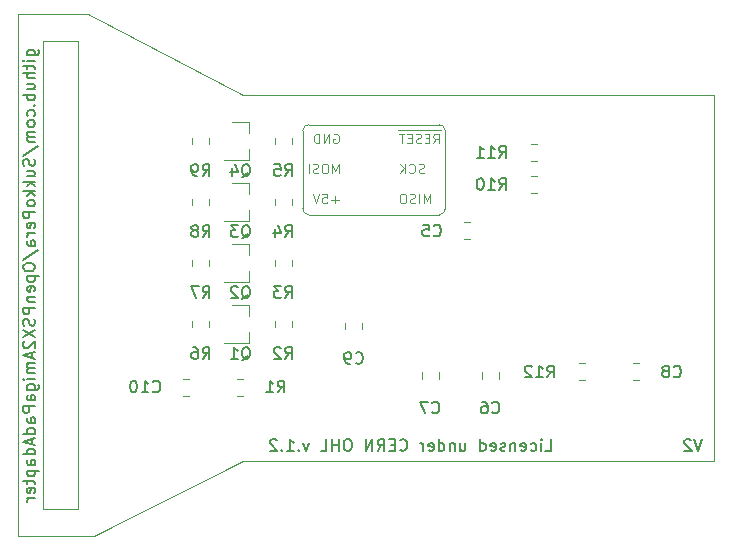
<source format=gbr>
G04 #@! TF.GenerationSoftware,KiCad,Pcbnew,5.1.4-e60b266~84~ubuntu16.04.1*
G04 #@! TF.CreationDate,2019-11-10T18:33:16+00:00*
G04 #@! TF.ProjectId,OpenPSX2AmigaPadAdapter,4f70656e-5053-4583-9241-6d6967615061,2*
G04 #@! TF.SameCoordinates,Original*
G04 #@! TF.FileFunction,Legend,Bot*
G04 #@! TF.FilePolarity,Positive*
%FSLAX46Y46*%
G04 Gerber Fmt 4.6, Leading zero omitted, Abs format (unit mm)*
G04 Created by KiCad (PCBNEW 5.1.4-e60b266~84~ubuntu16.04.1) date 2019-11-10 18:33:16*
%MOMM*%
%LPD*%
G04 APERTURE LIST*
%ADD10C,0.120000*%
%ADD11C,0.150000*%
%ADD12C,0.050000*%
G04 APERTURE END LIST*
D10*
X144399000Y-63246000D02*
G75*
G02X144907000Y-63754000I0J-508000D01*
G01*
X132842000Y-63754000D02*
G75*
G02X133350000Y-63246000I508000J0D01*
G01*
X133350000Y-70866000D02*
G75*
G02X132842000Y-70358000I0J508000D01*
G01*
X144907000Y-70358000D02*
G75*
G02X144399000Y-70866000I-508000J0D01*
G01*
X132842000Y-70358000D02*
X132842000Y-63754000D01*
X144399000Y-70866000D02*
X133350000Y-70866000D01*
X144907000Y-63754000D02*
X144907000Y-70358000D01*
X133350000Y-63246000D02*
X144399000Y-63246000D01*
X144538428Y-63730000D02*
X143738428Y-63730000D01*
X143890809Y-64823904D02*
X144157476Y-64442952D01*
X144347952Y-64823904D02*
X144347952Y-64023904D01*
X144043190Y-64023904D01*
X143967000Y-64062000D01*
X143928905Y-64100095D01*
X143890809Y-64176285D01*
X143890809Y-64290571D01*
X143928905Y-64366761D01*
X143967000Y-64404857D01*
X144043190Y-64442952D01*
X144347952Y-64442952D01*
X143738428Y-63730000D02*
X143014619Y-63730000D01*
X143547952Y-64404857D02*
X143281285Y-64404857D01*
X143167000Y-64823904D02*
X143547952Y-64823904D01*
X143547952Y-64023904D01*
X143167000Y-64023904D01*
X143014619Y-63730000D02*
X142252714Y-63730000D01*
X142862238Y-64785809D02*
X142747952Y-64823904D01*
X142557476Y-64823904D01*
X142481285Y-64785809D01*
X142443190Y-64747714D01*
X142405095Y-64671523D01*
X142405095Y-64595333D01*
X142443190Y-64519142D01*
X142481285Y-64481047D01*
X142557476Y-64442952D01*
X142709857Y-64404857D01*
X142786047Y-64366761D01*
X142824143Y-64328666D01*
X142862238Y-64252476D01*
X142862238Y-64176285D01*
X142824143Y-64100095D01*
X142786047Y-64062000D01*
X142709857Y-64023904D01*
X142519381Y-64023904D01*
X142405095Y-64062000D01*
X142252714Y-63730000D02*
X141528905Y-63730000D01*
X142062238Y-64404857D02*
X141795571Y-64404857D01*
X141681285Y-64823904D02*
X142062238Y-64823904D01*
X142062238Y-64023904D01*
X141681285Y-64023904D01*
X141528905Y-63730000D02*
X140919381Y-63730000D01*
X141452714Y-64023904D02*
X140995571Y-64023904D01*
X141224143Y-64823904D02*
X141224143Y-64023904D01*
X143128904Y-67325809D02*
X143014618Y-67363904D01*
X142824142Y-67363904D01*
X142747952Y-67325809D01*
X142709856Y-67287714D01*
X142671761Y-67211523D01*
X142671761Y-67135333D01*
X142709856Y-67059142D01*
X142747952Y-67021047D01*
X142824142Y-66982952D01*
X142976523Y-66944857D01*
X143052713Y-66906761D01*
X143090809Y-66868666D01*
X143128904Y-66792476D01*
X143128904Y-66716285D01*
X143090809Y-66640095D01*
X143052713Y-66602000D01*
X142976523Y-66563904D01*
X142786047Y-66563904D01*
X142671761Y-66602000D01*
X141871761Y-67287714D02*
X141909856Y-67325809D01*
X142024142Y-67363904D01*
X142100333Y-67363904D01*
X142214618Y-67325809D01*
X142290809Y-67249619D01*
X142328904Y-67173428D01*
X142366999Y-67021047D01*
X142366999Y-66906761D01*
X142328904Y-66754380D01*
X142290809Y-66678190D01*
X142214618Y-66602000D01*
X142100333Y-66563904D01*
X142024142Y-66563904D01*
X141909856Y-66602000D01*
X141871761Y-66640095D01*
X141528904Y-67363904D02*
X141528904Y-66563904D01*
X141071761Y-67363904D02*
X141414618Y-66906761D01*
X141071761Y-66563904D02*
X141528904Y-67021047D01*
X135458094Y-64062000D02*
X135534285Y-64023904D01*
X135648571Y-64023904D01*
X135762856Y-64062000D01*
X135839047Y-64138190D01*
X135877142Y-64214380D01*
X135915237Y-64366761D01*
X135915237Y-64481047D01*
X135877142Y-64633428D01*
X135839047Y-64709619D01*
X135762856Y-64785809D01*
X135648571Y-64823904D01*
X135572380Y-64823904D01*
X135458094Y-64785809D01*
X135419999Y-64747714D01*
X135419999Y-64481047D01*
X135572380Y-64481047D01*
X135077142Y-64823904D02*
X135077142Y-64023904D01*
X134619999Y-64823904D01*
X134619999Y-64023904D01*
X134239047Y-64823904D02*
X134239047Y-64023904D01*
X134048571Y-64023904D01*
X133934285Y-64062000D01*
X133858094Y-64138190D01*
X133819999Y-64214380D01*
X133781904Y-64366761D01*
X133781904Y-64481047D01*
X133819999Y-64633428D01*
X133858094Y-64709619D01*
X133934285Y-64785809D01*
X134048571Y-64823904D01*
X134239047Y-64823904D01*
X135877142Y-69599142D02*
X135267618Y-69599142D01*
X135572380Y-69903904D02*
X135572380Y-69294380D01*
X134505713Y-69103904D02*
X134886666Y-69103904D01*
X134924761Y-69484857D01*
X134886666Y-69446761D01*
X134810475Y-69408666D01*
X134619999Y-69408666D01*
X134543809Y-69446761D01*
X134505713Y-69484857D01*
X134467618Y-69561047D01*
X134467618Y-69751523D01*
X134505713Y-69827714D01*
X134543809Y-69865809D01*
X134619999Y-69903904D01*
X134810475Y-69903904D01*
X134886666Y-69865809D01*
X134924761Y-69827714D01*
X134239047Y-69103904D02*
X133972380Y-69903904D01*
X133705713Y-69103904D01*
X143624142Y-69903904D02*
X143624142Y-69103904D01*
X143357476Y-69675333D01*
X143090809Y-69103904D01*
X143090809Y-69903904D01*
X142709857Y-69903904D02*
X142709857Y-69103904D01*
X142367000Y-69865809D02*
X142252714Y-69903904D01*
X142062238Y-69903904D01*
X141986047Y-69865809D01*
X141947952Y-69827714D01*
X141909857Y-69751523D01*
X141909857Y-69675333D01*
X141947952Y-69599142D01*
X141986047Y-69561047D01*
X142062238Y-69522952D01*
X142214619Y-69484857D01*
X142290809Y-69446761D01*
X142328904Y-69408666D01*
X142367000Y-69332476D01*
X142367000Y-69256285D01*
X142328904Y-69180095D01*
X142290809Y-69142000D01*
X142214619Y-69103904D01*
X142024142Y-69103904D01*
X141909857Y-69142000D01*
X141414619Y-69103904D02*
X141262238Y-69103904D01*
X141186047Y-69142000D01*
X141109857Y-69218190D01*
X141071761Y-69370571D01*
X141071761Y-69637238D01*
X141109857Y-69789619D01*
X141186047Y-69865809D01*
X141262238Y-69903904D01*
X141414619Y-69903904D01*
X141490809Y-69865809D01*
X141567000Y-69789619D01*
X141605095Y-69637238D01*
X141605095Y-69370571D01*
X141567000Y-69218190D01*
X141490809Y-69142000D01*
X141414619Y-69103904D01*
X135877142Y-67363904D02*
X135877142Y-66563904D01*
X135610476Y-67135333D01*
X135343809Y-66563904D01*
X135343809Y-67363904D01*
X134810476Y-66563904D02*
X134658095Y-66563904D01*
X134581904Y-66602000D01*
X134505714Y-66678190D01*
X134467619Y-66830571D01*
X134467619Y-67097238D01*
X134505714Y-67249619D01*
X134581904Y-67325809D01*
X134658095Y-67363904D01*
X134810476Y-67363904D01*
X134886666Y-67325809D01*
X134962857Y-67249619D01*
X135000952Y-67097238D01*
X135000952Y-66830571D01*
X134962857Y-66678190D01*
X134886666Y-66602000D01*
X134810476Y-66563904D01*
X134162857Y-67325809D02*
X134048571Y-67363904D01*
X133858095Y-67363904D01*
X133781904Y-67325809D01*
X133743809Y-67287714D01*
X133705714Y-67211523D01*
X133705714Y-67135333D01*
X133743809Y-67059142D01*
X133781904Y-67021047D01*
X133858095Y-66982952D01*
X134010476Y-66944857D01*
X134086666Y-66906761D01*
X134124761Y-66868666D01*
X134162857Y-66792476D01*
X134162857Y-66716285D01*
X134124761Y-66640095D01*
X134086666Y-66602000D01*
X134010476Y-66563904D01*
X133820000Y-66563904D01*
X133705714Y-66602000D01*
X133362857Y-67363904D02*
X133362857Y-66563904D01*
D11*
X153366952Y-90876380D02*
X153843142Y-90876380D01*
X153843142Y-89876380D01*
X153033619Y-90876380D02*
X153033619Y-90209714D01*
X153033619Y-89876380D02*
X153081238Y-89924000D01*
X153033619Y-89971619D01*
X152986000Y-89924000D01*
X153033619Y-89876380D01*
X153033619Y-89971619D01*
X152128857Y-90828761D02*
X152224095Y-90876380D01*
X152414571Y-90876380D01*
X152509809Y-90828761D01*
X152557428Y-90781142D01*
X152605047Y-90685904D01*
X152605047Y-90400190D01*
X152557428Y-90304952D01*
X152509809Y-90257333D01*
X152414571Y-90209714D01*
X152224095Y-90209714D01*
X152128857Y-90257333D01*
X151319333Y-90828761D02*
X151414571Y-90876380D01*
X151605047Y-90876380D01*
X151700285Y-90828761D01*
X151747904Y-90733523D01*
X151747904Y-90352571D01*
X151700285Y-90257333D01*
X151605047Y-90209714D01*
X151414571Y-90209714D01*
X151319333Y-90257333D01*
X151271714Y-90352571D01*
X151271714Y-90447809D01*
X151747904Y-90543047D01*
X150843142Y-90209714D02*
X150843142Y-90876380D01*
X150843142Y-90304952D02*
X150795523Y-90257333D01*
X150700285Y-90209714D01*
X150557428Y-90209714D01*
X150462190Y-90257333D01*
X150414571Y-90352571D01*
X150414571Y-90876380D01*
X149986000Y-90828761D02*
X149890761Y-90876380D01*
X149700285Y-90876380D01*
X149605047Y-90828761D01*
X149557428Y-90733523D01*
X149557428Y-90685904D01*
X149605047Y-90590666D01*
X149700285Y-90543047D01*
X149843142Y-90543047D01*
X149938380Y-90495428D01*
X149986000Y-90400190D01*
X149986000Y-90352571D01*
X149938380Y-90257333D01*
X149843142Y-90209714D01*
X149700285Y-90209714D01*
X149605047Y-90257333D01*
X148747904Y-90828761D02*
X148843142Y-90876380D01*
X149033619Y-90876380D01*
X149128857Y-90828761D01*
X149176476Y-90733523D01*
X149176476Y-90352571D01*
X149128857Y-90257333D01*
X149033619Y-90209714D01*
X148843142Y-90209714D01*
X148747904Y-90257333D01*
X148700285Y-90352571D01*
X148700285Y-90447809D01*
X149176476Y-90543047D01*
X147843142Y-90876380D02*
X147843142Y-89876380D01*
X147843142Y-90828761D02*
X147938380Y-90876380D01*
X148128857Y-90876380D01*
X148224095Y-90828761D01*
X148271714Y-90781142D01*
X148319333Y-90685904D01*
X148319333Y-90400190D01*
X148271714Y-90304952D01*
X148224095Y-90257333D01*
X148128857Y-90209714D01*
X147938380Y-90209714D01*
X147843142Y-90257333D01*
X146176476Y-90209714D02*
X146176476Y-90876380D01*
X146605047Y-90209714D02*
X146605047Y-90733523D01*
X146557428Y-90828761D01*
X146462190Y-90876380D01*
X146319333Y-90876380D01*
X146224095Y-90828761D01*
X146176476Y-90781142D01*
X145700285Y-90209714D02*
X145700285Y-90876380D01*
X145700285Y-90304952D02*
X145652666Y-90257333D01*
X145557428Y-90209714D01*
X145414571Y-90209714D01*
X145319333Y-90257333D01*
X145271714Y-90352571D01*
X145271714Y-90876380D01*
X144366952Y-90876380D02*
X144366952Y-89876380D01*
X144366952Y-90828761D02*
X144462190Y-90876380D01*
X144652666Y-90876380D01*
X144747904Y-90828761D01*
X144795523Y-90781142D01*
X144843142Y-90685904D01*
X144843142Y-90400190D01*
X144795523Y-90304952D01*
X144747904Y-90257333D01*
X144652666Y-90209714D01*
X144462190Y-90209714D01*
X144366952Y-90257333D01*
X143509809Y-90828761D02*
X143605047Y-90876380D01*
X143795523Y-90876380D01*
X143890761Y-90828761D01*
X143938380Y-90733523D01*
X143938380Y-90352571D01*
X143890761Y-90257333D01*
X143795523Y-90209714D01*
X143605047Y-90209714D01*
X143509809Y-90257333D01*
X143462190Y-90352571D01*
X143462190Y-90447809D01*
X143938380Y-90543047D01*
X143033619Y-90876380D02*
X143033619Y-90209714D01*
X143033619Y-90400190D02*
X142986000Y-90304952D01*
X142938380Y-90257333D01*
X142843142Y-90209714D01*
X142747904Y-90209714D01*
X141081238Y-90781142D02*
X141128857Y-90828761D01*
X141271714Y-90876380D01*
X141366952Y-90876380D01*
X141509809Y-90828761D01*
X141605047Y-90733523D01*
X141652666Y-90638285D01*
X141700285Y-90447809D01*
X141700285Y-90304952D01*
X141652666Y-90114476D01*
X141605047Y-90019238D01*
X141509809Y-89924000D01*
X141366952Y-89876380D01*
X141271714Y-89876380D01*
X141128857Y-89924000D01*
X141081238Y-89971619D01*
X140652666Y-90352571D02*
X140319333Y-90352571D01*
X140176476Y-90876380D02*
X140652666Y-90876380D01*
X140652666Y-89876380D01*
X140176476Y-89876380D01*
X139176476Y-90876380D02*
X139509809Y-90400190D01*
X139747904Y-90876380D02*
X139747904Y-89876380D01*
X139366952Y-89876380D01*
X139271714Y-89924000D01*
X139224095Y-89971619D01*
X139176476Y-90066857D01*
X139176476Y-90209714D01*
X139224095Y-90304952D01*
X139271714Y-90352571D01*
X139366952Y-90400190D01*
X139747904Y-90400190D01*
X138747904Y-90876380D02*
X138747904Y-89876380D01*
X138176476Y-90876380D01*
X138176476Y-89876380D01*
X136747904Y-89876380D02*
X136557428Y-89876380D01*
X136462190Y-89924000D01*
X136366952Y-90019238D01*
X136319333Y-90209714D01*
X136319333Y-90543047D01*
X136366952Y-90733523D01*
X136462190Y-90828761D01*
X136557428Y-90876380D01*
X136747904Y-90876380D01*
X136843142Y-90828761D01*
X136938380Y-90733523D01*
X136986000Y-90543047D01*
X136986000Y-90209714D01*
X136938380Y-90019238D01*
X136843142Y-89924000D01*
X136747904Y-89876380D01*
X135890761Y-90876380D02*
X135890761Y-89876380D01*
X135890761Y-90352571D02*
X135319333Y-90352571D01*
X135319333Y-90876380D02*
X135319333Y-89876380D01*
X134366952Y-90876380D02*
X134843142Y-90876380D01*
X134843142Y-89876380D01*
X133366952Y-90209714D02*
X133128857Y-90876380D01*
X132890761Y-90209714D01*
X132509809Y-90781142D02*
X132462190Y-90828761D01*
X132509809Y-90876380D01*
X132557428Y-90828761D01*
X132509809Y-90781142D01*
X132509809Y-90876380D01*
X131509809Y-90876380D02*
X132081238Y-90876380D01*
X131795523Y-90876380D02*
X131795523Y-89876380D01*
X131890761Y-90019238D01*
X131986000Y-90114476D01*
X132081238Y-90162095D01*
X131081238Y-90781142D02*
X131033619Y-90828761D01*
X131081238Y-90876380D01*
X131128857Y-90828761D01*
X131081238Y-90781142D01*
X131081238Y-90876380D01*
X130652666Y-89971619D02*
X130605047Y-89924000D01*
X130509809Y-89876380D01*
X130271714Y-89876380D01*
X130176476Y-89924000D01*
X130128857Y-89971619D01*
X130081238Y-90066857D01*
X130081238Y-90162095D01*
X130128857Y-90304952D01*
X130700285Y-90876380D01*
X130081238Y-90876380D01*
D12*
X113792000Y-95758000D02*
X110871000Y-95758000D01*
X113792000Y-56134000D02*
X113792000Y-95758000D01*
X110871000Y-56134000D02*
X113792000Y-56134000D01*
X110871000Y-95758000D02*
X110871000Y-56134000D01*
D11*
X109513714Y-57363453D02*
X110323238Y-57363453D01*
X110418476Y-57315834D01*
X110466095Y-57268215D01*
X110513714Y-57172977D01*
X110513714Y-57030120D01*
X110466095Y-56934881D01*
X110132761Y-57363453D02*
X110180380Y-57268215D01*
X110180380Y-57077739D01*
X110132761Y-56982501D01*
X110085142Y-56934881D01*
X109989904Y-56887262D01*
X109704190Y-56887262D01*
X109608952Y-56934881D01*
X109561333Y-56982501D01*
X109513714Y-57077739D01*
X109513714Y-57268215D01*
X109561333Y-57363453D01*
X110180380Y-57839643D02*
X109513714Y-57839643D01*
X109180380Y-57839643D02*
X109228000Y-57792024D01*
X109275619Y-57839643D01*
X109228000Y-57887262D01*
X109180380Y-57839643D01*
X109275619Y-57839643D01*
X109513714Y-58172977D02*
X109513714Y-58553929D01*
X109180380Y-58315834D02*
X110037523Y-58315834D01*
X110132761Y-58363453D01*
X110180380Y-58458691D01*
X110180380Y-58553929D01*
X110180380Y-58887262D02*
X109180380Y-58887262D01*
X110180380Y-59315834D02*
X109656571Y-59315834D01*
X109561333Y-59268215D01*
X109513714Y-59172977D01*
X109513714Y-59030120D01*
X109561333Y-58934881D01*
X109608952Y-58887262D01*
X109513714Y-60220596D02*
X110180380Y-60220596D01*
X109513714Y-59792024D02*
X110037523Y-59792024D01*
X110132761Y-59839643D01*
X110180380Y-59934881D01*
X110180380Y-60077739D01*
X110132761Y-60172977D01*
X110085142Y-60220596D01*
X110180380Y-60696786D02*
X109180380Y-60696786D01*
X109561333Y-60696786D02*
X109513714Y-60792024D01*
X109513714Y-60982501D01*
X109561333Y-61077739D01*
X109608952Y-61125358D01*
X109704190Y-61172977D01*
X109989904Y-61172977D01*
X110085142Y-61125358D01*
X110132761Y-61077739D01*
X110180380Y-60982501D01*
X110180380Y-60792024D01*
X110132761Y-60696786D01*
X110085142Y-61601548D02*
X110132761Y-61649167D01*
X110180380Y-61601548D01*
X110132761Y-61553929D01*
X110085142Y-61601548D01*
X110180380Y-61601548D01*
X110132761Y-62506310D02*
X110180380Y-62411072D01*
X110180380Y-62220596D01*
X110132761Y-62125358D01*
X110085142Y-62077739D01*
X109989904Y-62030120D01*
X109704190Y-62030120D01*
X109608952Y-62077739D01*
X109561333Y-62125358D01*
X109513714Y-62220596D01*
X109513714Y-62411072D01*
X109561333Y-62506310D01*
X110180380Y-63077739D02*
X110132761Y-62982501D01*
X110085142Y-62934881D01*
X109989904Y-62887262D01*
X109704190Y-62887262D01*
X109608952Y-62934881D01*
X109561333Y-62982501D01*
X109513714Y-63077739D01*
X109513714Y-63220596D01*
X109561333Y-63315834D01*
X109608952Y-63363453D01*
X109704190Y-63411072D01*
X109989904Y-63411072D01*
X110085142Y-63363453D01*
X110132761Y-63315834D01*
X110180380Y-63220596D01*
X110180380Y-63077739D01*
X110180380Y-63839643D02*
X109513714Y-63839643D01*
X109608952Y-63839643D02*
X109561333Y-63887262D01*
X109513714Y-63982501D01*
X109513714Y-64125358D01*
X109561333Y-64220596D01*
X109656571Y-64268215D01*
X110180380Y-64268215D01*
X109656571Y-64268215D02*
X109561333Y-64315834D01*
X109513714Y-64411072D01*
X109513714Y-64553929D01*
X109561333Y-64649167D01*
X109656571Y-64696786D01*
X110180380Y-64696786D01*
X109132761Y-65887262D02*
X110418476Y-65030120D01*
X110132761Y-66172977D02*
X110180380Y-66315834D01*
X110180380Y-66553929D01*
X110132761Y-66649167D01*
X110085142Y-66696786D01*
X109989904Y-66744405D01*
X109894666Y-66744405D01*
X109799428Y-66696786D01*
X109751809Y-66649167D01*
X109704190Y-66553929D01*
X109656571Y-66363453D01*
X109608952Y-66268215D01*
X109561333Y-66220596D01*
X109466095Y-66172977D01*
X109370857Y-66172977D01*
X109275619Y-66220596D01*
X109228000Y-66268215D01*
X109180380Y-66363453D01*
X109180380Y-66601548D01*
X109228000Y-66744405D01*
X109513714Y-67601548D02*
X110180380Y-67601548D01*
X109513714Y-67172977D02*
X110037523Y-67172977D01*
X110132761Y-67220596D01*
X110180380Y-67315834D01*
X110180380Y-67458691D01*
X110132761Y-67553929D01*
X110085142Y-67601548D01*
X110180380Y-68077739D02*
X109180380Y-68077739D01*
X109799428Y-68172977D02*
X110180380Y-68458691D01*
X109513714Y-68458691D02*
X109894666Y-68077739D01*
X110180380Y-68887262D02*
X109180380Y-68887262D01*
X109799428Y-68982501D02*
X110180380Y-69268215D01*
X109513714Y-69268215D02*
X109894666Y-68887262D01*
X110180380Y-69839643D02*
X110132761Y-69744405D01*
X110085142Y-69696786D01*
X109989904Y-69649167D01*
X109704190Y-69649167D01*
X109608952Y-69696786D01*
X109561333Y-69744405D01*
X109513714Y-69839643D01*
X109513714Y-69982501D01*
X109561333Y-70077739D01*
X109608952Y-70125358D01*
X109704190Y-70172977D01*
X109989904Y-70172977D01*
X110085142Y-70125358D01*
X110132761Y-70077739D01*
X110180380Y-69982501D01*
X110180380Y-69839643D01*
X110180380Y-70601548D02*
X109180380Y-70601548D01*
X109180380Y-70982501D01*
X109228000Y-71077739D01*
X109275619Y-71125358D01*
X109370857Y-71172977D01*
X109513714Y-71172977D01*
X109608952Y-71125358D01*
X109656571Y-71077739D01*
X109704190Y-70982501D01*
X109704190Y-70601548D01*
X110132761Y-71982501D02*
X110180380Y-71887262D01*
X110180380Y-71696786D01*
X110132761Y-71601548D01*
X110037523Y-71553929D01*
X109656571Y-71553929D01*
X109561333Y-71601548D01*
X109513714Y-71696786D01*
X109513714Y-71887262D01*
X109561333Y-71982501D01*
X109656571Y-72030120D01*
X109751809Y-72030120D01*
X109847047Y-71553929D01*
X110180380Y-72458691D02*
X109513714Y-72458691D01*
X109704190Y-72458691D02*
X109608952Y-72506310D01*
X109561333Y-72553929D01*
X109513714Y-72649167D01*
X109513714Y-72744405D01*
X110180380Y-73506310D02*
X109656571Y-73506310D01*
X109561333Y-73458691D01*
X109513714Y-73363453D01*
X109513714Y-73172977D01*
X109561333Y-73077739D01*
X110132761Y-73506310D02*
X110180380Y-73411072D01*
X110180380Y-73172977D01*
X110132761Y-73077739D01*
X110037523Y-73030120D01*
X109942285Y-73030120D01*
X109847047Y-73077739D01*
X109799428Y-73172977D01*
X109799428Y-73411072D01*
X109751809Y-73506310D01*
X109132761Y-74696786D02*
X110418476Y-73839643D01*
X109180380Y-75220596D02*
X109180380Y-75411072D01*
X109228000Y-75506310D01*
X109323238Y-75601548D01*
X109513714Y-75649167D01*
X109847047Y-75649167D01*
X110037523Y-75601548D01*
X110132761Y-75506310D01*
X110180380Y-75411072D01*
X110180380Y-75220596D01*
X110132761Y-75125358D01*
X110037523Y-75030120D01*
X109847047Y-74982501D01*
X109513714Y-74982501D01*
X109323238Y-75030120D01*
X109228000Y-75125358D01*
X109180380Y-75220596D01*
X109513714Y-76077739D02*
X110513714Y-76077739D01*
X109561333Y-76077739D02*
X109513714Y-76172977D01*
X109513714Y-76363453D01*
X109561333Y-76458691D01*
X109608952Y-76506310D01*
X109704190Y-76553929D01*
X109989904Y-76553929D01*
X110085142Y-76506310D01*
X110132761Y-76458691D01*
X110180380Y-76363453D01*
X110180380Y-76172977D01*
X110132761Y-76077739D01*
X110132761Y-77363453D02*
X110180380Y-77268215D01*
X110180380Y-77077739D01*
X110132761Y-76982501D01*
X110037523Y-76934881D01*
X109656571Y-76934881D01*
X109561333Y-76982501D01*
X109513714Y-77077739D01*
X109513714Y-77268215D01*
X109561333Y-77363453D01*
X109656571Y-77411072D01*
X109751809Y-77411072D01*
X109847047Y-76934881D01*
X109513714Y-77839643D02*
X110180380Y-77839643D01*
X109608952Y-77839643D02*
X109561333Y-77887262D01*
X109513714Y-77982501D01*
X109513714Y-78125358D01*
X109561333Y-78220596D01*
X109656571Y-78268215D01*
X110180380Y-78268215D01*
X110180380Y-78744405D02*
X109180380Y-78744405D01*
X109180380Y-79125358D01*
X109228000Y-79220596D01*
X109275619Y-79268215D01*
X109370857Y-79315834D01*
X109513714Y-79315834D01*
X109608952Y-79268215D01*
X109656571Y-79220596D01*
X109704190Y-79125358D01*
X109704190Y-78744405D01*
X110132761Y-79696786D02*
X110180380Y-79839643D01*
X110180380Y-80077739D01*
X110132761Y-80172977D01*
X110085142Y-80220596D01*
X109989904Y-80268215D01*
X109894666Y-80268215D01*
X109799428Y-80220596D01*
X109751809Y-80172977D01*
X109704190Y-80077739D01*
X109656571Y-79887262D01*
X109608952Y-79792024D01*
X109561333Y-79744405D01*
X109466095Y-79696786D01*
X109370857Y-79696786D01*
X109275619Y-79744405D01*
X109228000Y-79792024D01*
X109180380Y-79887262D01*
X109180380Y-80125358D01*
X109228000Y-80268215D01*
X109180380Y-80601548D02*
X110180380Y-81268215D01*
X109180380Y-81268215D02*
X110180380Y-80601548D01*
X109275619Y-81601548D02*
X109228000Y-81649167D01*
X109180380Y-81744405D01*
X109180380Y-81982501D01*
X109228000Y-82077739D01*
X109275619Y-82125358D01*
X109370857Y-82172977D01*
X109466095Y-82172977D01*
X109608952Y-82125358D01*
X110180380Y-81553929D01*
X110180380Y-82172977D01*
X109894666Y-82553929D02*
X109894666Y-83030120D01*
X110180380Y-82458691D02*
X109180380Y-82792024D01*
X110180380Y-83125358D01*
X110180380Y-83458691D02*
X109513714Y-83458691D01*
X109608952Y-83458691D02*
X109561333Y-83506310D01*
X109513714Y-83601548D01*
X109513714Y-83744405D01*
X109561333Y-83839643D01*
X109656571Y-83887262D01*
X110180380Y-83887262D01*
X109656571Y-83887262D02*
X109561333Y-83934881D01*
X109513714Y-84030120D01*
X109513714Y-84172977D01*
X109561333Y-84268215D01*
X109656571Y-84315834D01*
X110180380Y-84315834D01*
X110180380Y-84792024D02*
X109513714Y-84792024D01*
X109180380Y-84792024D02*
X109228000Y-84744405D01*
X109275619Y-84792024D01*
X109228000Y-84839643D01*
X109180380Y-84792024D01*
X109275619Y-84792024D01*
X109513714Y-85696786D02*
X110323238Y-85696786D01*
X110418476Y-85649167D01*
X110466095Y-85601548D01*
X110513714Y-85506310D01*
X110513714Y-85363453D01*
X110466095Y-85268215D01*
X110132761Y-85696786D02*
X110180380Y-85601548D01*
X110180380Y-85411072D01*
X110132761Y-85315834D01*
X110085142Y-85268215D01*
X109989904Y-85220596D01*
X109704190Y-85220596D01*
X109608952Y-85268215D01*
X109561333Y-85315834D01*
X109513714Y-85411072D01*
X109513714Y-85601548D01*
X109561333Y-85696786D01*
X110180380Y-86601548D02*
X109656571Y-86601548D01*
X109561333Y-86553929D01*
X109513714Y-86458691D01*
X109513714Y-86268215D01*
X109561333Y-86172977D01*
X110132761Y-86601548D02*
X110180380Y-86506310D01*
X110180380Y-86268215D01*
X110132761Y-86172977D01*
X110037523Y-86125358D01*
X109942285Y-86125358D01*
X109847047Y-86172977D01*
X109799428Y-86268215D01*
X109799428Y-86506310D01*
X109751809Y-86601548D01*
X110180380Y-87077739D02*
X109180380Y-87077739D01*
X109180380Y-87458691D01*
X109228000Y-87553929D01*
X109275619Y-87601548D01*
X109370857Y-87649167D01*
X109513714Y-87649167D01*
X109608952Y-87601548D01*
X109656571Y-87553929D01*
X109704190Y-87458691D01*
X109704190Y-87077739D01*
X110180380Y-88506310D02*
X109656571Y-88506310D01*
X109561333Y-88458691D01*
X109513714Y-88363453D01*
X109513714Y-88172977D01*
X109561333Y-88077739D01*
X110132761Y-88506310D02*
X110180380Y-88411072D01*
X110180380Y-88172977D01*
X110132761Y-88077739D01*
X110037523Y-88030120D01*
X109942285Y-88030120D01*
X109847047Y-88077739D01*
X109799428Y-88172977D01*
X109799428Y-88411072D01*
X109751809Y-88506310D01*
X110180380Y-89411072D02*
X109180380Y-89411072D01*
X110132761Y-89411072D02*
X110180380Y-89315834D01*
X110180380Y-89125358D01*
X110132761Y-89030120D01*
X110085142Y-88982501D01*
X109989904Y-88934881D01*
X109704190Y-88934881D01*
X109608952Y-88982501D01*
X109561333Y-89030120D01*
X109513714Y-89125358D01*
X109513714Y-89315834D01*
X109561333Y-89411072D01*
X109894666Y-89839643D02*
X109894666Y-90315834D01*
X110180380Y-89744405D02*
X109180380Y-90077739D01*
X110180380Y-90411072D01*
X110180380Y-91172977D02*
X109180380Y-91172977D01*
X110132761Y-91172977D02*
X110180380Y-91077739D01*
X110180380Y-90887262D01*
X110132761Y-90792024D01*
X110085142Y-90744405D01*
X109989904Y-90696786D01*
X109704190Y-90696786D01*
X109608952Y-90744405D01*
X109561333Y-90792024D01*
X109513714Y-90887262D01*
X109513714Y-91077739D01*
X109561333Y-91172977D01*
X110180380Y-92077739D02*
X109656571Y-92077739D01*
X109561333Y-92030120D01*
X109513714Y-91934881D01*
X109513714Y-91744405D01*
X109561333Y-91649167D01*
X110132761Y-92077739D02*
X110180380Y-91982501D01*
X110180380Y-91744405D01*
X110132761Y-91649167D01*
X110037523Y-91601548D01*
X109942285Y-91601548D01*
X109847047Y-91649167D01*
X109799428Y-91744405D01*
X109799428Y-91982501D01*
X109751809Y-92077739D01*
X109513714Y-92553929D02*
X110513714Y-92553929D01*
X109561333Y-92553929D02*
X109513714Y-92649167D01*
X109513714Y-92839643D01*
X109561333Y-92934881D01*
X109608952Y-92982501D01*
X109704190Y-93030120D01*
X109989904Y-93030120D01*
X110085142Y-92982501D01*
X110132761Y-92934881D01*
X110180380Y-92839643D01*
X110180380Y-92649167D01*
X110132761Y-92553929D01*
X109513714Y-93315834D02*
X109513714Y-93696786D01*
X109180380Y-93458691D02*
X110037523Y-93458691D01*
X110132761Y-93506310D01*
X110180380Y-93601548D01*
X110180380Y-93696786D01*
X110132761Y-94411072D02*
X110180380Y-94315834D01*
X110180380Y-94125358D01*
X110132761Y-94030120D01*
X110037523Y-93982501D01*
X109656571Y-93982501D01*
X109561333Y-94030120D01*
X109513714Y-94125358D01*
X109513714Y-94315834D01*
X109561333Y-94411072D01*
X109656571Y-94458691D01*
X109751809Y-94458691D01*
X109847047Y-93982501D01*
X110180380Y-94887262D02*
X109513714Y-94887262D01*
X109704190Y-94887262D02*
X109608952Y-94934881D01*
X109561333Y-94982501D01*
X109513714Y-95077739D01*
X109513714Y-95172977D01*
X166671523Y-89876380D02*
X166338190Y-90876380D01*
X166004857Y-89876380D01*
X165719142Y-89971619D02*
X165671523Y-89924000D01*
X165576285Y-89876380D01*
X165338190Y-89876380D01*
X165242952Y-89924000D01*
X165195333Y-89971619D01*
X165147714Y-90066857D01*
X165147714Y-90162095D01*
X165195333Y-90304952D01*
X165766761Y-90876380D01*
X165147714Y-90876380D01*
D12*
X167640000Y-91694000D02*
X127762000Y-91694000D01*
X127762000Y-91694000D02*
X115189000Y-98044000D01*
X108712000Y-98044000D02*
X115189000Y-98044000D01*
X108712000Y-53848000D02*
X108712000Y-98044000D01*
X114681000Y-53848000D02*
X108712000Y-53848000D01*
X127762000Y-60706000D02*
X114681000Y-53848000D01*
X127762000Y-60706000D02*
X167640000Y-60706000D01*
X167640000Y-60706000D02*
X167640000Y-91694000D01*
D10*
X142927000Y-84744252D02*
X142927000Y-84221748D01*
X144347000Y-84744252D02*
X144347000Y-84221748D01*
X149427000Y-84744252D02*
X149427000Y-84221748D01*
X148007000Y-84744252D02*
X148007000Y-84221748D01*
X146509748Y-71494000D02*
X147032252Y-71494000D01*
X146509748Y-72914000D02*
X147032252Y-72914000D01*
X122683748Y-86181000D02*
X123206252Y-86181000D01*
X122683748Y-84761000D02*
X123206252Y-84761000D01*
X128331500Y-78557000D02*
X128331500Y-79487000D01*
X128331500Y-81717000D02*
X128331500Y-80787000D01*
X128331500Y-81717000D02*
X126171500Y-81717000D01*
X128331500Y-78557000D02*
X126871500Y-78557000D01*
X128331500Y-73377500D02*
X126871500Y-73377500D01*
X128331500Y-76537500D02*
X126171500Y-76537500D01*
X128331500Y-76537500D02*
X128331500Y-75607500D01*
X128331500Y-73377500D02*
X128331500Y-74307500D01*
X128331500Y-68227666D02*
X128331500Y-69157666D01*
X128331500Y-71387666D02*
X128331500Y-70457666D01*
X128331500Y-71387666D02*
X126171500Y-71387666D01*
X128331500Y-68227666D02*
X126871500Y-68227666D01*
X128331500Y-63063000D02*
X126871500Y-63063000D01*
X128331500Y-66223000D02*
X126171500Y-66223000D01*
X128331500Y-66223000D02*
X128331500Y-65293000D01*
X128331500Y-63063000D02*
X128331500Y-63993000D01*
X127769252Y-84761000D02*
X127246748Y-84761000D01*
X127769252Y-86181000D02*
X127246748Y-86181000D01*
X131901000Y-80398252D02*
X131901000Y-79875748D01*
X130481000Y-80398252D02*
X130481000Y-79875748D01*
X131901000Y-75233584D02*
X131901000Y-74711080D01*
X130481000Y-75233584D02*
X130481000Y-74711080D01*
X130481000Y-69546414D02*
X130481000Y-70068918D01*
X131901000Y-69546414D02*
X131901000Y-70068918D01*
X130481000Y-64381748D02*
X130481000Y-64904252D01*
X131901000Y-64381748D02*
X131901000Y-64904252D01*
X123496000Y-80398252D02*
X123496000Y-79875748D01*
X124916000Y-80398252D02*
X124916000Y-79875748D01*
X123496000Y-75218752D02*
X123496000Y-74696248D01*
X124916000Y-75218752D02*
X124916000Y-74696248D01*
X123496000Y-70068918D02*
X123496000Y-69546414D01*
X124916000Y-70068918D02*
X124916000Y-69546414D01*
X123496000Y-64904252D02*
X123496000Y-64381748D01*
X124916000Y-64904252D02*
X124916000Y-64381748D01*
X152661252Y-69036000D02*
X152138748Y-69036000D01*
X152661252Y-67616000D02*
X152138748Y-67616000D01*
X160783748Y-83427500D02*
X161306252Y-83427500D01*
X160783748Y-84847500D02*
X161306252Y-84847500D01*
X137870000Y-80011748D02*
X137870000Y-80534252D01*
X136450000Y-80011748D02*
X136450000Y-80534252D01*
X156193748Y-84847500D02*
X156716252Y-84847500D01*
X156193748Y-83427500D02*
X156716252Y-83427500D01*
X152138748Y-64885500D02*
X152661252Y-64885500D01*
X152138748Y-66305500D02*
X152661252Y-66305500D01*
D11*
X143803666Y-87606142D02*
X143851285Y-87653761D01*
X143994142Y-87701380D01*
X144089380Y-87701380D01*
X144232238Y-87653761D01*
X144327476Y-87558523D01*
X144375095Y-87463285D01*
X144422714Y-87272809D01*
X144422714Y-87129952D01*
X144375095Y-86939476D01*
X144327476Y-86844238D01*
X144232238Y-86749000D01*
X144089380Y-86701380D01*
X143994142Y-86701380D01*
X143851285Y-86749000D01*
X143803666Y-86796619D01*
X143470333Y-86701380D02*
X142803666Y-86701380D01*
X143232238Y-87701380D01*
X148883666Y-87606142D02*
X148931285Y-87653761D01*
X149074142Y-87701380D01*
X149169380Y-87701380D01*
X149312238Y-87653761D01*
X149407476Y-87558523D01*
X149455095Y-87463285D01*
X149502714Y-87272809D01*
X149502714Y-87129952D01*
X149455095Y-86939476D01*
X149407476Y-86844238D01*
X149312238Y-86749000D01*
X149169380Y-86701380D01*
X149074142Y-86701380D01*
X148931285Y-86749000D01*
X148883666Y-86796619D01*
X148026523Y-86701380D02*
X148217000Y-86701380D01*
X148312238Y-86749000D01*
X148359857Y-86796619D01*
X148455095Y-86939476D01*
X148502714Y-87129952D01*
X148502714Y-87510904D01*
X148455095Y-87606142D01*
X148407476Y-87653761D01*
X148312238Y-87701380D01*
X148121761Y-87701380D01*
X148026523Y-87653761D01*
X147978904Y-87606142D01*
X147931285Y-87510904D01*
X147931285Y-87272809D01*
X147978904Y-87177571D01*
X148026523Y-87129952D01*
X148121761Y-87082333D01*
X148312238Y-87082333D01*
X148407476Y-87129952D01*
X148455095Y-87177571D01*
X148502714Y-87272809D01*
X143930666Y-72620142D02*
X143978285Y-72667761D01*
X144121142Y-72715380D01*
X144216380Y-72715380D01*
X144359238Y-72667761D01*
X144454476Y-72572523D01*
X144502095Y-72477285D01*
X144549714Y-72286809D01*
X144549714Y-72143952D01*
X144502095Y-71953476D01*
X144454476Y-71858238D01*
X144359238Y-71763000D01*
X144216380Y-71715380D01*
X144121142Y-71715380D01*
X143978285Y-71763000D01*
X143930666Y-71810619D01*
X143025904Y-71715380D02*
X143502095Y-71715380D01*
X143549714Y-72191571D01*
X143502095Y-72143952D01*
X143406857Y-72096333D01*
X143168761Y-72096333D01*
X143073523Y-72143952D01*
X143025904Y-72191571D01*
X142978285Y-72286809D01*
X142978285Y-72524904D01*
X143025904Y-72620142D01*
X143073523Y-72667761D01*
X143168761Y-72715380D01*
X143406857Y-72715380D01*
X143502095Y-72667761D01*
X143549714Y-72620142D01*
X120149857Y-85828142D02*
X120197476Y-85875761D01*
X120340333Y-85923380D01*
X120435571Y-85923380D01*
X120578428Y-85875761D01*
X120673666Y-85780523D01*
X120721285Y-85685285D01*
X120768904Y-85494809D01*
X120768904Y-85351952D01*
X120721285Y-85161476D01*
X120673666Y-85066238D01*
X120578428Y-84971000D01*
X120435571Y-84923380D01*
X120340333Y-84923380D01*
X120197476Y-84971000D01*
X120149857Y-85018619D01*
X119197476Y-85923380D02*
X119768904Y-85923380D01*
X119483190Y-85923380D02*
X119483190Y-84923380D01*
X119578428Y-85066238D01*
X119673666Y-85161476D01*
X119768904Y-85209095D01*
X118578428Y-84923380D02*
X118483190Y-84923380D01*
X118387952Y-84971000D01*
X118340333Y-85018619D01*
X118292714Y-85113857D01*
X118245095Y-85304333D01*
X118245095Y-85542428D01*
X118292714Y-85732904D01*
X118340333Y-85828142D01*
X118387952Y-85875761D01*
X118483190Y-85923380D01*
X118578428Y-85923380D01*
X118673666Y-85875761D01*
X118721285Y-85828142D01*
X118768904Y-85732904D01*
X118816523Y-85542428D01*
X118816523Y-85304333D01*
X118768904Y-85113857D01*
X118721285Y-85018619D01*
X118673666Y-84971000D01*
X118578428Y-84923380D01*
X127666738Y-83184619D02*
X127761976Y-83137000D01*
X127857214Y-83041761D01*
X128000071Y-82898904D01*
X128095309Y-82851285D01*
X128190547Y-82851285D01*
X128142928Y-83089380D02*
X128238166Y-83041761D01*
X128333404Y-82946523D01*
X128381023Y-82756047D01*
X128381023Y-82422714D01*
X128333404Y-82232238D01*
X128238166Y-82137000D01*
X128142928Y-82089380D01*
X127952452Y-82089380D01*
X127857214Y-82137000D01*
X127761976Y-82232238D01*
X127714357Y-82422714D01*
X127714357Y-82756047D01*
X127761976Y-82946523D01*
X127857214Y-83041761D01*
X127952452Y-83089380D01*
X128142928Y-83089380D01*
X126761976Y-83089380D02*
X127333404Y-83089380D01*
X127047690Y-83089380D02*
X127047690Y-82089380D01*
X127142928Y-82232238D01*
X127238166Y-82327476D01*
X127333404Y-82375095D01*
X127666738Y-78005119D02*
X127761976Y-77957500D01*
X127857214Y-77862261D01*
X128000071Y-77719404D01*
X128095309Y-77671785D01*
X128190547Y-77671785D01*
X128142928Y-77909880D02*
X128238166Y-77862261D01*
X128333404Y-77767023D01*
X128381023Y-77576547D01*
X128381023Y-77243214D01*
X128333404Y-77052738D01*
X128238166Y-76957500D01*
X128142928Y-76909880D01*
X127952452Y-76909880D01*
X127857214Y-76957500D01*
X127761976Y-77052738D01*
X127714357Y-77243214D01*
X127714357Y-77576547D01*
X127761976Y-77767023D01*
X127857214Y-77862261D01*
X127952452Y-77909880D01*
X128142928Y-77909880D01*
X127333404Y-77005119D02*
X127285785Y-76957500D01*
X127190547Y-76909880D01*
X126952452Y-76909880D01*
X126857214Y-76957500D01*
X126809595Y-77005119D01*
X126761976Y-77100357D01*
X126761976Y-77195595D01*
X126809595Y-77338452D01*
X127381023Y-77909880D01*
X126761976Y-77909880D01*
X127666738Y-72855285D02*
X127761976Y-72807666D01*
X127857214Y-72712427D01*
X128000071Y-72569570D01*
X128095309Y-72521951D01*
X128190547Y-72521951D01*
X128142928Y-72760046D02*
X128238166Y-72712427D01*
X128333404Y-72617189D01*
X128381023Y-72426713D01*
X128381023Y-72093380D01*
X128333404Y-71902904D01*
X128238166Y-71807666D01*
X128142928Y-71760046D01*
X127952452Y-71760046D01*
X127857214Y-71807666D01*
X127761976Y-71902904D01*
X127714357Y-72093380D01*
X127714357Y-72426713D01*
X127761976Y-72617189D01*
X127857214Y-72712427D01*
X127952452Y-72760046D01*
X128142928Y-72760046D01*
X127381023Y-71760046D02*
X126761976Y-71760046D01*
X127095309Y-72140999D01*
X126952452Y-72140999D01*
X126857214Y-72188618D01*
X126809595Y-72236237D01*
X126761976Y-72331475D01*
X126761976Y-72569570D01*
X126809595Y-72664808D01*
X126857214Y-72712427D01*
X126952452Y-72760046D01*
X127238166Y-72760046D01*
X127333404Y-72712427D01*
X127381023Y-72664808D01*
X127666738Y-67690619D02*
X127761976Y-67643000D01*
X127857214Y-67547761D01*
X128000071Y-67404904D01*
X128095309Y-67357285D01*
X128190547Y-67357285D01*
X128142928Y-67595380D02*
X128238166Y-67547761D01*
X128333404Y-67452523D01*
X128381023Y-67262047D01*
X128381023Y-66928714D01*
X128333404Y-66738238D01*
X128238166Y-66643000D01*
X128142928Y-66595380D01*
X127952452Y-66595380D01*
X127857214Y-66643000D01*
X127761976Y-66738238D01*
X127714357Y-66928714D01*
X127714357Y-67262047D01*
X127761976Y-67452523D01*
X127857214Y-67547761D01*
X127952452Y-67595380D01*
X128142928Y-67595380D01*
X126857214Y-66928714D02*
X126857214Y-67595380D01*
X127095309Y-66547761D02*
X127333404Y-67262047D01*
X126714357Y-67262047D01*
X130722666Y-85923380D02*
X131056000Y-85447190D01*
X131294095Y-85923380D02*
X131294095Y-84923380D01*
X130913142Y-84923380D01*
X130817904Y-84971000D01*
X130770285Y-85018619D01*
X130722666Y-85113857D01*
X130722666Y-85256714D01*
X130770285Y-85351952D01*
X130817904Y-85399571D01*
X130913142Y-85447190D01*
X131294095Y-85447190D01*
X129770285Y-85923380D02*
X130341714Y-85923380D01*
X130056000Y-85923380D02*
X130056000Y-84923380D01*
X130151238Y-85066238D01*
X130246476Y-85161476D01*
X130341714Y-85209095D01*
X131357666Y-83089380D02*
X131691000Y-82613190D01*
X131929095Y-83089380D02*
X131929095Y-82089380D01*
X131548142Y-82089380D01*
X131452904Y-82137000D01*
X131405285Y-82184619D01*
X131357666Y-82279857D01*
X131357666Y-82422714D01*
X131405285Y-82517952D01*
X131452904Y-82565571D01*
X131548142Y-82613190D01*
X131929095Y-82613190D01*
X130976714Y-82184619D02*
X130929095Y-82137000D01*
X130833857Y-82089380D01*
X130595761Y-82089380D01*
X130500523Y-82137000D01*
X130452904Y-82184619D01*
X130405285Y-82279857D01*
X130405285Y-82375095D01*
X130452904Y-82517952D01*
X131024333Y-83089380D01*
X130405285Y-83089380D01*
X131357666Y-77924712D02*
X131691000Y-77448522D01*
X131929095Y-77924712D02*
X131929095Y-76924712D01*
X131548142Y-76924712D01*
X131452904Y-76972332D01*
X131405285Y-77019951D01*
X131357666Y-77115189D01*
X131357666Y-77258046D01*
X131405285Y-77353284D01*
X131452904Y-77400903D01*
X131548142Y-77448522D01*
X131929095Y-77448522D01*
X131024333Y-76924712D02*
X130405285Y-76924712D01*
X130738619Y-77305665D01*
X130595761Y-77305665D01*
X130500523Y-77353284D01*
X130452904Y-77400903D01*
X130405285Y-77496141D01*
X130405285Y-77734236D01*
X130452904Y-77829474D01*
X130500523Y-77877093D01*
X130595761Y-77924712D01*
X130881476Y-77924712D01*
X130976714Y-77877093D01*
X131024333Y-77829474D01*
X131357666Y-72760046D02*
X131691000Y-72283856D01*
X131929095Y-72760046D02*
X131929095Y-71760046D01*
X131548142Y-71760046D01*
X131452904Y-71807666D01*
X131405285Y-71855285D01*
X131357666Y-71950523D01*
X131357666Y-72093380D01*
X131405285Y-72188618D01*
X131452904Y-72236237D01*
X131548142Y-72283856D01*
X131929095Y-72283856D01*
X130500523Y-72093380D02*
X130500523Y-72760046D01*
X130738619Y-71712427D02*
X130976714Y-72426713D01*
X130357666Y-72426713D01*
X131357666Y-67595380D02*
X131691000Y-67119190D01*
X131929095Y-67595380D02*
X131929095Y-66595380D01*
X131548142Y-66595380D01*
X131452904Y-66643000D01*
X131405285Y-66690619D01*
X131357666Y-66785857D01*
X131357666Y-66928714D01*
X131405285Y-67023952D01*
X131452904Y-67071571D01*
X131548142Y-67119190D01*
X131929095Y-67119190D01*
X130452904Y-66595380D02*
X130929095Y-66595380D01*
X130976714Y-67071571D01*
X130929095Y-67023952D01*
X130833857Y-66976333D01*
X130595761Y-66976333D01*
X130500523Y-67023952D01*
X130452904Y-67071571D01*
X130405285Y-67166809D01*
X130405285Y-67404904D01*
X130452904Y-67500142D01*
X130500523Y-67547761D01*
X130595761Y-67595380D01*
X130833857Y-67595380D01*
X130929095Y-67547761D01*
X130976714Y-67500142D01*
X124372666Y-83089380D02*
X124706000Y-82613190D01*
X124944095Y-83089380D02*
X124944095Y-82089380D01*
X124563142Y-82089380D01*
X124467904Y-82137000D01*
X124420285Y-82184619D01*
X124372666Y-82279857D01*
X124372666Y-82422714D01*
X124420285Y-82517952D01*
X124467904Y-82565571D01*
X124563142Y-82613190D01*
X124944095Y-82613190D01*
X123515523Y-82089380D02*
X123706000Y-82089380D01*
X123801238Y-82137000D01*
X123848857Y-82184619D01*
X123944095Y-82327476D01*
X123991714Y-82517952D01*
X123991714Y-82898904D01*
X123944095Y-82994142D01*
X123896476Y-83041761D01*
X123801238Y-83089380D01*
X123610761Y-83089380D01*
X123515523Y-83041761D01*
X123467904Y-82994142D01*
X123420285Y-82898904D01*
X123420285Y-82660809D01*
X123467904Y-82565571D01*
X123515523Y-82517952D01*
X123610761Y-82470333D01*
X123801238Y-82470333D01*
X123896476Y-82517952D01*
X123944095Y-82565571D01*
X123991714Y-82660809D01*
X124372666Y-77909880D02*
X124706000Y-77433690D01*
X124944095Y-77909880D02*
X124944095Y-76909880D01*
X124563142Y-76909880D01*
X124467904Y-76957500D01*
X124420285Y-77005119D01*
X124372666Y-77100357D01*
X124372666Y-77243214D01*
X124420285Y-77338452D01*
X124467904Y-77386071D01*
X124563142Y-77433690D01*
X124944095Y-77433690D01*
X124039333Y-76909880D02*
X123372666Y-76909880D01*
X123801238Y-77909880D01*
X124372666Y-72760046D02*
X124706000Y-72283856D01*
X124944095Y-72760046D02*
X124944095Y-71760046D01*
X124563142Y-71760046D01*
X124467904Y-71807666D01*
X124420285Y-71855285D01*
X124372666Y-71950523D01*
X124372666Y-72093380D01*
X124420285Y-72188618D01*
X124467904Y-72236237D01*
X124563142Y-72283856D01*
X124944095Y-72283856D01*
X123801238Y-72188618D02*
X123896476Y-72140999D01*
X123944095Y-72093380D01*
X123991714Y-71998142D01*
X123991714Y-71950523D01*
X123944095Y-71855285D01*
X123896476Y-71807666D01*
X123801238Y-71760046D01*
X123610761Y-71760046D01*
X123515523Y-71807666D01*
X123467904Y-71855285D01*
X123420285Y-71950523D01*
X123420285Y-71998142D01*
X123467904Y-72093380D01*
X123515523Y-72140999D01*
X123610761Y-72188618D01*
X123801238Y-72188618D01*
X123896476Y-72236237D01*
X123944095Y-72283856D01*
X123991714Y-72379094D01*
X123991714Y-72569570D01*
X123944095Y-72664808D01*
X123896476Y-72712427D01*
X123801238Y-72760046D01*
X123610761Y-72760046D01*
X123515523Y-72712427D01*
X123467904Y-72664808D01*
X123420285Y-72569570D01*
X123420285Y-72379094D01*
X123467904Y-72283856D01*
X123515523Y-72236237D01*
X123610761Y-72188618D01*
X124372666Y-67595380D02*
X124706000Y-67119190D01*
X124944095Y-67595380D02*
X124944095Y-66595380D01*
X124563142Y-66595380D01*
X124467904Y-66643000D01*
X124420285Y-66690619D01*
X124372666Y-66785857D01*
X124372666Y-66928714D01*
X124420285Y-67023952D01*
X124467904Y-67071571D01*
X124563142Y-67119190D01*
X124944095Y-67119190D01*
X123896476Y-67595380D02*
X123706000Y-67595380D01*
X123610761Y-67547761D01*
X123563142Y-67500142D01*
X123467904Y-67357285D01*
X123420285Y-67166809D01*
X123420285Y-66785857D01*
X123467904Y-66690619D01*
X123515523Y-66643000D01*
X123610761Y-66595380D01*
X123801238Y-66595380D01*
X123896476Y-66643000D01*
X123944095Y-66690619D01*
X123991714Y-66785857D01*
X123991714Y-67023952D01*
X123944095Y-67119190D01*
X123896476Y-67166809D01*
X123801238Y-67214428D01*
X123610761Y-67214428D01*
X123515523Y-67166809D01*
X123467904Y-67119190D01*
X123420285Y-67023952D01*
X149486857Y-68778380D02*
X149820190Y-68302190D01*
X150058285Y-68778380D02*
X150058285Y-67778380D01*
X149677333Y-67778380D01*
X149582095Y-67826000D01*
X149534476Y-67873619D01*
X149486857Y-67968857D01*
X149486857Y-68111714D01*
X149534476Y-68206952D01*
X149582095Y-68254571D01*
X149677333Y-68302190D01*
X150058285Y-68302190D01*
X148534476Y-68778380D02*
X149105904Y-68778380D01*
X148820190Y-68778380D02*
X148820190Y-67778380D01*
X148915428Y-67921238D01*
X149010666Y-68016476D01*
X149105904Y-68064095D01*
X147915428Y-67778380D02*
X147820190Y-67778380D01*
X147724952Y-67826000D01*
X147677333Y-67873619D01*
X147629714Y-67968857D01*
X147582095Y-68159333D01*
X147582095Y-68397428D01*
X147629714Y-68587904D01*
X147677333Y-68683142D01*
X147724952Y-68730761D01*
X147820190Y-68778380D01*
X147915428Y-68778380D01*
X148010666Y-68730761D01*
X148058285Y-68683142D01*
X148105904Y-68587904D01*
X148153523Y-68397428D01*
X148153523Y-68159333D01*
X148105904Y-67968857D01*
X148058285Y-67873619D01*
X148010666Y-67826000D01*
X147915428Y-67778380D01*
X164250666Y-84558142D02*
X164298285Y-84605761D01*
X164441142Y-84653380D01*
X164536380Y-84653380D01*
X164679238Y-84605761D01*
X164774476Y-84510523D01*
X164822095Y-84415285D01*
X164869714Y-84224809D01*
X164869714Y-84081952D01*
X164822095Y-83891476D01*
X164774476Y-83796238D01*
X164679238Y-83701000D01*
X164536380Y-83653380D01*
X164441142Y-83653380D01*
X164298285Y-83701000D01*
X164250666Y-83748619D01*
X163679238Y-84081952D02*
X163774476Y-84034333D01*
X163822095Y-83986714D01*
X163869714Y-83891476D01*
X163869714Y-83843857D01*
X163822095Y-83748619D01*
X163774476Y-83701000D01*
X163679238Y-83653380D01*
X163488761Y-83653380D01*
X163393523Y-83701000D01*
X163345904Y-83748619D01*
X163298285Y-83843857D01*
X163298285Y-83891476D01*
X163345904Y-83986714D01*
X163393523Y-84034333D01*
X163488761Y-84081952D01*
X163679238Y-84081952D01*
X163774476Y-84129571D01*
X163822095Y-84177190D01*
X163869714Y-84272428D01*
X163869714Y-84462904D01*
X163822095Y-84558142D01*
X163774476Y-84605761D01*
X163679238Y-84653380D01*
X163488761Y-84653380D01*
X163393523Y-84605761D01*
X163345904Y-84558142D01*
X163298285Y-84462904D01*
X163298285Y-84272428D01*
X163345904Y-84177190D01*
X163393523Y-84129571D01*
X163488761Y-84081952D01*
X137326666Y-83415142D02*
X137374285Y-83462761D01*
X137517142Y-83510380D01*
X137612380Y-83510380D01*
X137755238Y-83462761D01*
X137850476Y-83367523D01*
X137898095Y-83272285D01*
X137945714Y-83081809D01*
X137945714Y-82938952D01*
X137898095Y-82748476D01*
X137850476Y-82653238D01*
X137755238Y-82558000D01*
X137612380Y-82510380D01*
X137517142Y-82510380D01*
X137374285Y-82558000D01*
X137326666Y-82605619D01*
X136850476Y-83510380D02*
X136660000Y-83510380D01*
X136564761Y-83462761D01*
X136517142Y-83415142D01*
X136421904Y-83272285D01*
X136374285Y-83081809D01*
X136374285Y-82700857D01*
X136421904Y-82605619D01*
X136469523Y-82558000D01*
X136564761Y-82510380D01*
X136755238Y-82510380D01*
X136850476Y-82558000D01*
X136898095Y-82605619D01*
X136945714Y-82700857D01*
X136945714Y-82938952D01*
X136898095Y-83034190D01*
X136850476Y-83081809D01*
X136755238Y-83129428D01*
X136564761Y-83129428D01*
X136469523Y-83081809D01*
X136421904Y-83034190D01*
X136374285Y-82938952D01*
X153550857Y-84653380D02*
X153884190Y-84177190D01*
X154122285Y-84653380D02*
X154122285Y-83653380D01*
X153741333Y-83653380D01*
X153646095Y-83701000D01*
X153598476Y-83748619D01*
X153550857Y-83843857D01*
X153550857Y-83986714D01*
X153598476Y-84081952D01*
X153646095Y-84129571D01*
X153741333Y-84177190D01*
X154122285Y-84177190D01*
X152598476Y-84653380D02*
X153169904Y-84653380D01*
X152884190Y-84653380D02*
X152884190Y-83653380D01*
X152979428Y-83796238D01*
X153074666Y-83891476D01*
X153169904Y-83939095D01*
X152217523Y-83748619D02*
X152169904Y-83701000D01*
X152074666Y-83653380D01*
X151836571Y-83653380D01*
X151741333Y-83701000D01*
X151693714Y-83748619D01*
X151646095Y-83843857D01*
X151646095Y-83939095D01*
X151693714Y-84081952D01*
X152265142Y-84653380D01*
X151646095Y-84653380D01*
X149486857Y-66047880D02*
X149820190Y-65571690D01*
X150058285Y-66047880D02*
X150058285Y-65047880D01*
X149677333Y-65047880D01*
X149582095Y-65095500D01*
X149534476Y-65143119D01*
X149486857Y-65238357D01*
X149486857Y-65381214D01*
X149534476Y-65476452D01*
X149582095Y-65524071D01*
X149677333Y-65571690D01*
X150058285Y-65571690D01*
X148534476Y-66047880D02*
X149105904Y-66047880D01*
X148820190Y-66047880D02*
X148820190Y-65047880D01*
X148915428Y-65190738D01*
X149010666Y-65285976D01*
X149105904Y-65333595D01*
X147582095Y-66047880D02*
X148153523Y-66047880D01*
X147867809Y-66047880D02*
X147867809Y-65047880D01*
X147963047Y-65190738D01*
X148058285Y-65285976D01*
X148153523Y-65333595D01*
M02*

</source>
